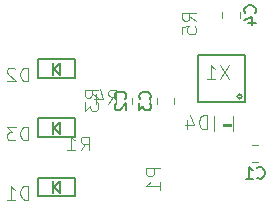
<source format=gbr>
%TF.GenerationSoftware,KiCad,Pcbnew,6.0.4-6f826c9f35~116~ubuntu20.04.1*%
%TF.CreationDate,2022-04-05T13:03:44+00:00*%
%TF.ProjectId,USBI2C01A,55534249-3243-4303-9141-2e6b69636164,I2CUSB01A*%
%TF.SameCoordinates,Original*%
%TF.FileFunction,Legend,Bot*%
%TF.FilePolarity,Positive*%
%FSLAX46Y46*%
G04 Gerber Fmt 4.6, Leading zero omitted, Abs format (unit mm)*
G04 Created by KiCad (PCBNEW 6.0.4-6f826c9f35~116~ubuntu20.04.1) date 2022-04-05 13:03:44*
%MOMM*%
%LPD*%
G01*
G04 APERTURE LIST*
%ADD10C,0.093472*%
%ADD11C,0.150000*%
%ADD12C,0.127000*%
%ADD13C,0.120000*%
%ADD14C,0.101600*%
G04 APERTURE END LIST*
D10*
%TO.C,D2*%
X135307717Y-105887088D02*
X135307717Y-104710560D01*
X135027591Y-104710560D01*
X134859516Y-104766586D01*
X134747466Y-104878636D01*
X134691440Y-104990686D01*
X134635415Y-105214787D01*
X134635415Y-105382862D01*
X134691440Y-105606963D01*
X134747466Y-105719013D01*
X134859516Y-105831063D01*
X135027591Y-105887088D01*
X135307717Y-105887088D01*
X134187214Y-104822611D02*
X134131189Y-104766586D01*
X134019139Y-104710560D01*
X133739013Y-104710560D01*
X133626963Y-104766586D01*
X133570938Y-104822611D01*
X133514912Y-104934661D01*
X133514912Y-105046711D01*
X133570938Y-105214787D01*
X134243239Y-105887088D01*
X133514912Y-105887088D01*
%TO.C,P1*%
X146493338Y-113244688D02*
X145316810Y-113244688D01*
X145316810Y-113692889D01*
X145372836Y-113804939D01*
X145428861Y-113860964D01*
X145540911Y-113916989D01*
X145708986Y-113916989D01*
X145821037Y-113860964D01*
X145877062Y-113804939D01*
X145933087Y-113692889D01*
X145933087Y-113244688D01*
X146493338Y-115037492D02*
X146493338Y-114365190D01*
X146493338Y-114701341D02*
X145316810Y-114701341D01*
X145484886Y-114589291D01*
X145596936Y-114477241D01*
X145652961Y-114365190D01*
%TO.C,R5*%
X149509588Y-100778034D02*
X148949337Y-100385858D01*
X149509588Y-100105732D02*
X148333060Y-100105732D01*
X148333060Y-100553933D01*
X148389086Y-100665983D01*
X148445111Y-100722009D01*
X148557161Y-100778034D01*
X148725236Y-100778034D01*
X148837287Y-100722009D01*
X148893312Y-100665983D01*
X148949337Y-100553933D01*
X148949337Y-100105732D01*
X148333060Y-101842511D02*
X148333060Y-101282260D01*
X148893312Y-101226235D01*
X148837287Y-101282260D01*
X148781262Y-101394310D01*
X148781262Y-101674436D01*
X148837287Y-101786486D01*
X148893312Y-101842511D01*
X149005362Y-101898537D01*
X149285488Y-101898537D01*
X149397538Y-101842511D01*
X149453563Y-101786486D01*
X149509588Y-101674436D01*
X149509588Y-101394310D01*
X149453563Y-101282260D01*
X149397538Y-101226235D01*
%TO.C,D1*%
X135307717Y-115887088D02*
X135307717Y-114710560D01*
X135027591Y-114710560D01*
X134859516Y-114766586D01*
X134747466Y-114878636D01*
X134691440Y-114990686D01*
X134635415Y-115214787D01*
X134635415Y-115382862D01*
X134691440Y-115606963D01*
X134747466Y-115719013D01*
X134859516Y-115831063D01*
X135027591Y-115887088D01*
X135307717Y-115887088D01*
X133514912Y-115887088D02*
X134187214Y-115887088D01*
X133851063Y-115887088D02*
X133851063Y-114710560D01*
X133963114Y-114878636D01*
X134075164Y-114990686D01*
X134187214Y-115046711D01*
%TO.C,R4*%
X142090415Y-107758338D02*
X142482591Y-107198087D01*
X142762717Y-107758338D02*
X142762717Y-106581810D01*
X142314516Y-106581810D01*
X142202466Y-106637836D01*
X142146440Y-106693861D01*
X142090415Y-106805911D01*
X142090415Y-106973986D01*
X142146440Y-107086037D01*
X142202466Y-107142062D01*
X142314516Y-107198087D01*
X142762717Y-107198087D01*
X141081963Y-106973986D02*
X141081963Y-107758338D01*
X141362088Y-106525785D02*
X141642214Y-107366162D01*
X140913887Y-107366162D01*
%TO.C,R3*%
X141254588Y-107249489D02*
X140694337Y-106857313D01*
X141254588Y-106577188D02*
X140078060Y-106577188D01*
X140078060Y-107025389D01*
X140134086Y-107137439D01*
X140190111Y-107193464D01*
X140302161Y-107249489D01*
X140470236Y-107249489D01*
X140582287Y-107193464D01*
X140638312Y-107137439D01*
X140694337Y-107025389D01*
X140694337Y-106577188D01*
X140078060Y-107641665D02*
X140078060Y-108369992D01*
X140526262Y-107977816D01*
X140526262Y-108145892D01*
X140582287Y-108257942D01*
X140638312Y-108313967D01*
X140750362Y-108369992D01*
X141030488Y-108369992D01*
X141142538Y-108313967D01*
X141198563Y-108257942D01*
X141254588Y-108145892D01*
X141254588Y-107809741D01*
X141198563Y-107697690D01*
X141142538Y-107641665D01*
D11*
%TO.C,C1*%
X154700266Y-114025742D02*
X154747885Y-114073361D01*
X154890742Y-114120980D01*
X154985980Y-114120980D01*
X155128838Y-114073361D01*
X155224076Y-113978123D01*
X155271695Y-113882885D01*
X155319314Y-113692409D01*
X155319314Y-113549552D01*
X155271695Y-113359076D01*
X155224076Y-113263838D01*
X155128838Y-113168600D01*
X154985980Y-113120980D01*
X154890742Y-113120980D01*
X154747885Y-113168600D01*
X154700266Y-113216219D01*
X153747885Y-114120980D02*
X154319314Y-114120980D01*
X154033600Y-114120980D02*
X154033600Y-113120980D01*
X154128838Y-113263838D01*
X154224076Y-113359076D01*
X154319314Y-113406695D01*
D10*
%TO.C,D3*%
X135307717Y-110887088D02*
X135307717Y-109710560D01*
X135027591Y-109710560D01*
X134859516Y-109766586D01*
X134747466Y-109878636D01*
X134691440Y-109990686D01*
X134635415Y-110214787D01*
X134635415Y-110382862D01*
X134691440Y-110606963D01*
X134747466Y-110719013D01*
X134859516Y-110831063D01*
X135027591Y-110887088D01*
X135307717Y-110887088D01*
X134243239Y-109710560D02*
X133514912Y-109710560D01*
X133907088Y-110158762D01*
X133739013Y-110158762D01*
X133626963Y-110214787D01*
X133570938Y-110270812D01*
X133514912Y-110382862D01*
X133514912Y-110662988D01*
X133570938Y-110775038D01*
X133626963Y-110831063D01*
X133739013Y-110887088D01*
X134075164Y-110887088D01*
X134187214Y-110831063D01*
X134243239Y-110775038D01*
D11*
%TO.C,C3*%
X145590742Y-107376933D02*
X145638361Y-107329314D01*
X145685980Y-107186457D01*
X145685980Y-107091219D01*
X145638361Y-106948361D01*
X145543123Y-106853123D01*
X145447885Y-106805504D01*
X145257409Y-106757885D01*
X145114552Y-106757885D01*
X144924076Y-106805504D01*
X144828838Y-106853123D01*
X144733600Y-106948361D01*
X144685980Y-107091219D01*
X144685980Y-107186457D01*
X144733600Y-107329314D01*
X144781219Y-107376933D01*
X144685980Y-107710266D02*
X144685980Y-108329314D01*
X145066933Y-107995980D01*
X145066933Y-108138838D01*
X145114552Y-108234076D01*
X145162171Y-108281695D01*
X145257409Y-108329314D01*
X145495504Y-108329314D01*
X145590742Y-108281695D01*
X145638361Y-108234076D01*
X145685980Y-108138838D01*
X145685980Y-107853123D01*
X145638361Y-107757885D01*
X145590742Y-107710266D01*
D10*
%TO.C,D4*%
X150430217Y-109933338D02*
X150430217Y-108756810D01*
X150150091Y-108756810D01*
X149982016Y-108812836D01*
X149869966Y-108924886D01*
X149813940Y-109036936D01*
X149757915Y-109261037D01*
X149757915Y-109429112D01*
X149813940Y-109653213D01*
X149869966Y-109765263D01*
X149982016Y-109877313D01*
X150150091Y-109933338D01*
X150430217Y-109933338D01*
X148749463Y-109148986D02*
X148749463Y-109933338D01*
X149029588Y-108700785D02*
X149309714Y-109541162D01*
X148581387Y-109541162D01*
%TO.C,X1*%
X152292267Y-104466810D02*
X151507915Y-105643338D01*
X151507915Y-104466810D02*
X152292267Y-105643338D01*
X150443438Y-105643338D02*
X151115739Y-105643338D01*
X150779588Y-105643338D02*
X150779588Y-104466810D01*
X150891639Y-104634886D01*
X151003689Y-104746936D01*
X151115739Y-104802961D01*
%TO.C,R1*%
X139746460Y-111727088D02*
X140138636Y-111166837D01*
X140418761Y-111727088D02*
X140418761Y-110550560D01*
X139970560Y-110550560D01*
X139858510Y-110606586D01*
X139802485Y-110662611D01*
X139746460Y-110774661D01*
X139746460Y-110942736D01*
X139802485Y-111054787D01*
X139858510Y-111110812D01*
X139970560Y-111166837D01*
X140418761Y-111166837D01*
X138625957Y-111727088D02*
X139298259Y-111727088D01*
X138962108Y-111727088D02*
X138962108Y-110550560D01*
X139074158Y-110718636D01*
X139186208Y-110830686D01*
X139298259Y-110886711D01*
D11*
%TO.C,C4*%
X154506992Y-100074433D02*
X154554611Y-100026814D01*
X154602230Y-99883957D01*
X154602230Y-99788719D01*
X154554611Y-99645861D01*
X154459373Y-99550623D01*
X154364135Y-99503004D01*
X154173659Y-99455385D01*
X154030802Y-99455385D01*
X153840326Y-99503004D01*
X153745088Y-99550623D01*
X153649850Y-99645861D01*
X153602230Y-99788719D01*
X153602230Y-99883957D01*
X153649850Y-100026814D01*
X153697469Y-100074433D01*
X153935564Y-100931576D02*
X154602230Y-100931576D01*
X153554611Y-100693480D02*
X154268897Y-100455385D01*
X154268897Y-101074433D01*
%TO.C,C2*%
X143526992Y-107376933D02*
X143574611Y-107329314D01*
X143622230Y-107186457D01*
X143622230Y-107091219D01*
X143574611Y-106948361D01*
X143479373Y-106853123D01*
X143384135Y-106805504D01*
X143193659Y-106757885D01*
X143050802Y-106757885D01*
X142860326Y-106805504D01*
X142765088Y-106853123D01*
X142669850Y-106948361D01*
X142622230Y-107091219D01*
X142622230Y-107186457D01*
X142669850Y-107329314D01*
X142717469Y-107376933D01*
X142717469Y-107757885D02*
X142669850Y-107805504D01*
X142622230Y-107900742D01*
X142622230Y-108138838D01*
X142669850Y-108234076D01*
X142717469Y-108281695D01*
X142812707Y-108329314D01*
X142907945Y-108329314D01*
X143050802Y-108281695D01*
X143622230Y-107710266D01*
X143622230Y-108329314D01*
D12*
%TO.C,D2*%
X137976100Y-104333600D02*
X137476100Y-104833600D01*
X137406100Y-104333600D02*
X137406100Y-105333600D01*
X139306100Y-104023600D02*
X139306100Y-105623600D01*
X139306100Y-105623600D02*
X136106100Y-105623600D01*
X136106100Y-105623600D02*
X136106100Y-104023600D01*
X137976100Y-104333600D02*
X137976100Y-105333600D01*
X136106100Y-104023600D02*
X139306100Y-104023600D01*
X137976100Y-105333600D02*
X137476100Y-104833600D01*
%TO.C,D1*%
X137976100Y-115333600D02*
X137476100Y-114833600D01*
X136106100Y-115623600D02*
X136106100Y-114023600D01*
X139306100Y-115623600D02*
X136106100Y-115623600D01*
X137976100Y-114333600D02*
X137476100Y-114833600D01*
X136106100Y-114023600D02*
X139306100Y-114023600D01*
X137976100Y-114333600D02*
X137976100Y-115333600D01*
X139306100Y-114023600D02*
X139306100Y-115623600D01*
X137406100Y-114333600D02*
X137406100Y-115333600D01*
D13*
%TO.C,C1*%
X154272348Y-112723600D02*
X154794852Y-112723600D01*
X154272348Y-111253600D02*
X154794852Y-111253600D01*
D12*
%TO.C,D3*%
X137976100Y-109333600D02*
X137976100Y-110333600D01*
X137976100Y-109333600D02*
X137476100Y-109833600D01*
X137406100Y-109333600D02*
X137406100Y-110333600D01*
X139306100Y-110623600D02*
X136106100Y-110623600D01*
X139306100Y-109023600D02*
X139306100Y-110623600D01*
X136106100Y-110623600D02*
X136106100Y-109023600D01*
X137976100Y-110333600D02*
X137476100Y-109833600D01*
X136106100Y-109023600D02*
X139306100Y-109023600D01*
D13*
%TO.C,C3*%
X147648600Y-107282348D02*
X147648600Y-107804852D01*
X146178600Y-107282348D02*
X146178600Y-107804852D01*
D14*
%TO.C,D4*%
X151034850Y-108848600D02*
X151034850Y-110048600D01*
X152634850Y-110048600D02*
X152634850Y-108848600D01*
G36*
X152584850Y-109773600D02*
G01*
X151834850Y-109773600D01*
X151834850Y-109448600D01*
X152584850Y-109448600D01*
X152584850Y-109773600D01*
G37*
D12*
%TO.C,X1*%
X149676100Y-103638600D02*
X153676100Y-103638600D01*
X153676100Y-107638600D02*
X149676100Y-107638600D01*
X149676100Y-107638600D02*
X149676100Y-103638600D01*
X153676100Y-103638600D02*
X153676100Y-107638600D01*
X153379703Y-107162600D02*
G75*
G03*
X153379703Y-107162600I-179603J0D01*
G01*
D13*
%TO.C,C4*%
X153204850Y-100502352D02*
X153204850Y-99979848D01*
X151734850Y-100502352D02*
X151734850Y-99979848D01*
%TO.C,C2*%
X145584850Y-107282348D02*
X145584850Y-107804852D01*
X144114850Y-107282348D02*
X144114850Y-107804852D01*
%TD*%
M02*

</source>
